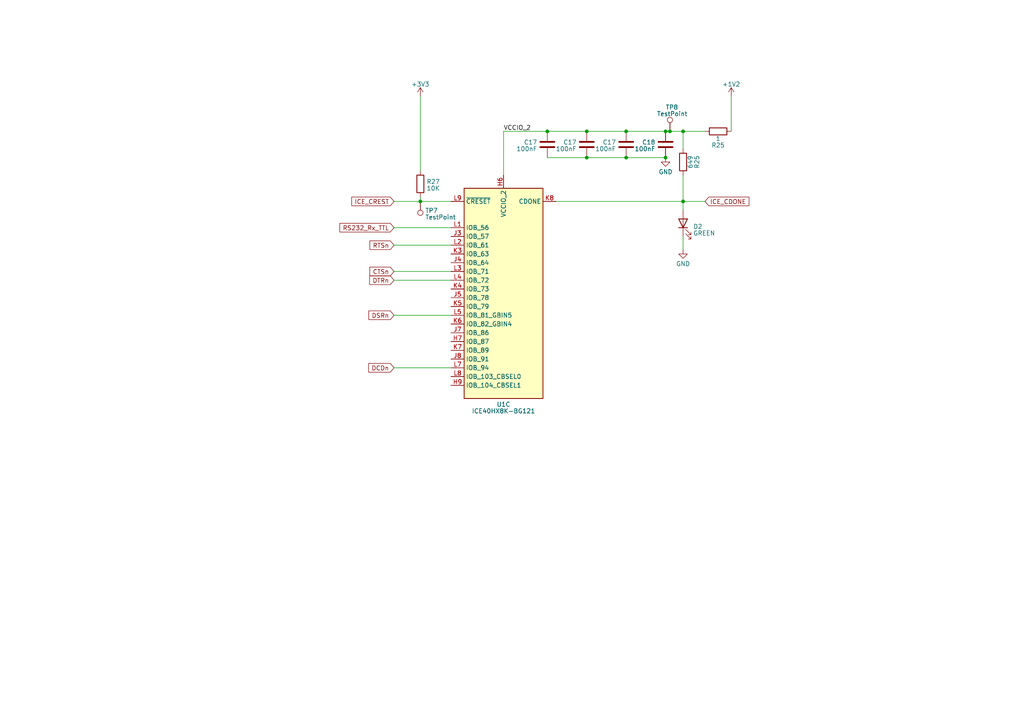
<source format=kicad_sch>
(kicad_sch (version 20230121) (generator eeschema)
  (paper "A4")
  (title_block (date "2023-04-22") (rev "V0.1"))
  (lib_symbols
    (symbol "Connector:TestPoint" (pin_numbers hide) (pin_names (offset 0.762) hide)
      (property "Reference" "TP" (at 0 6.858 0))
      (property "Value" "TestPoint" (at 0 5.08 0))
      (symbol "TestPoint_0_1"
        (circle (center 0 3.302) (radius 0.762))
      )
      (symbol "TestPoint_1_1"
        (pin passive line (at 0 0 90) (length 2.54) (name "1") (number "1"))
      )
    )
    (symbol "Device:C" (pin_numbers hide) (pin_names (offset 0.254))
      (property "Reference" "C" (at 0.635 2.54 0))
      (property "Value" "C" (at 0.635 -2.54 0))
      (symbol "C_0_1"
        (polyline (pts (xy -2.032 -0.762) (xy 2.032 -0.762)) (stroke (width 0.508)))
        (polyline (pts (xy -2.032 0.762) (xy 2.032 0.762)) (stroke (width 0.508)))
      )
      (symbol "C_1_1"
        (pin passive line (at 0 3.81 270) (length 2.794) (name "~") (number "1"))
        (pin passive line (at 0 -3.81 90) (length 2.794) (name "~") (number "2"))
      )
    )
    (symbol "Device:LED" (pin_numbers hide) (pin_names (offset 1.016) hide)
      (property "Reference" "D" (at 0 2.54 0))
      (property "Value" "LED" (at 0 -2.54 0))
      (symbol "LED_0_1"
        (polyline (pts (xy -1.27 -1.27) (xy -1.27 1.27)) (stroke (width 0.254)))
        (polyline (pts (xy -1.27 0) (xy 1.27 0)))
        (polyline (pts (xy 1.27 -1.27) (xy 1.27 1.27) (xy -1.27 0) (xy 1.27 -1.27)) (stroke (width 0.254)))
        (polyline (pts (xy -3.048 -0.762) (xy -4.572 -2.286) (xy -3.81 -2.286) (xy -4.572 -2.286) (xy -4.572 -1.524)))
        (polyline (pts (xy -1.778 -0.762) (xy -3.302 -2.286) (xy -2.54 -2.286) (xy -3.302 -2.286) (xy -3.302 -1.524)))
      )
      (symbol "LED_1_1"
        (pin passive line (at -3.81 0 0) (length 2.54) (name "K") (number "1"))
        (pin passive line (at 3.81 0 180) (length 2.54) (name "A") (number "2"))
      )
    )
    (symbol "Device:R" (pin_numbers hide) (pin_names (offset 0))
      (property "Reference" "R" (at 2.032 0 90))
      (property "Value" "R" (at 0 0 90))
      (symbol "R_0_1"
        (rectangle (start -1.016 -2.54) (end 1.016 2.54) (stroke (width 0.254)))
      )
      (symbol "R_1_1"
        (pin passive line (at 0 3.81 270) (length 1.27) (name "~") (number "1"))
        (pin passive line (at 0 -3.81 90) (length 1.27) (name "~") (number "2"))
      )
    )
    (symbol "FPGA_Lattice:ICE40HX8K-BG121"
      (property "Reference" "U" (at 2.54 44.45 0))
      (property "Value" "ICE40HX8K-BG121" (at 10.16 41.91 0))
      (symbol "ICE40HX8K-BG121_1_1"
        (rectangle (start -8.89 31.75) (end 8.89 -38.1) (stroke (width 0.254)) (fill (type background)))
        (pin bidirectional line (at -12.7 -35.56 0) (length 3.81) (name "IOT_225") (number "A1"))
        (pin bidirectional line (at -12.7 17.78 0) (length 3.81) (name "IOT_170") (number "A10"))
        (pin bidirectional line (at -12.7 20.32 0) (length 3.81) (name "IOT_168") (number "A11"))
        (pin bidirectional line (at -12.7 -30.48 0) (length 3.81) (name "IOT_222") (number "A2"))
        (pin bidirectional line (at -12.7 -33.02 0) (length 3.81) (name "IOT_223") (number "A3"))
        (pin bidirectional line (at -12.7 -20.32 0) (length 3.81) (name "IOT_211") (number "A4"))
        (pin bidirectional line (at -12.7 -15.24 0) (length 3.81) (name "IOT_207") (number "A5"))
        (pin bidirectional line (at -12.7 -12.7 0) (length 3.81) (name "IOT_206") (number "A6"))
        (pin bidirectional line (at -12.7 -5.08 0) (length 3.81) (name "IOT_192") (number "A7"))
        (pin bidirectional line (at -12.7 0 0) (length 3.81) (name "IOT_190") (number "A8"))
        (pin bidirectional line (at -12.7 7.62 0) (length 3.81) (name "IOT_178") (number "A9"))
        (pin bidirectional line (at -12.7 -27.94 0) (length 3.81) (name "IOT_221") (number "B3"))
        (pin bidirectional line (at -12.7 -25.4 0) (length 3.81) (name "IOT_219") (number "B4"))
        (pin bidirectional line (at -12.7 -17.78 0) (length 3.81) (name "IOT_208") (number "B5"))
        (pin bidirectional line (at -12.7 -10.16 0) (length 3.81) (name "IOT_198_GBIN0") (number "B6"))
        (pin bidirectional line (at -12.7 -7.62 0) (length 3.81) (name "IOT_197_GBIN1") (number "B7"))
        (pin bidirectional line (at -12.7 10.16 0) (length 3.81) (name "IOT_177") (number "B8"))
        (pin bidirectional line (at -12.7 12.7 0) (length 3.81) (name "IOT_174") (number "B9"))
        (pin bidirectional line (at -12.7 -2.54 0) (length 3.81) (name "IOT_191") (number "C7"))
        (pin bidirectional line (at -12.7 5.08 0) (length 3.81) (name "IOT_179") (number "C8"))
        (pin bidirectional line (at -12.7 15.24 0) (length 3.81) (name "IOT_172") (number "C9"))
        (pin bidirectional line (at -12.7 -22.86 0) (length 3.81) (name "IOT_212") (number "D5"))
        (pin power_in line (at 0 35.56 270) (length 3.81) (name "VCCIO_0") (number "D6"))
        (pin bidirectional line (at -12.7 2.54 0) (length 3.81) (name "IOT_181") (number "D7"))
      )
      (symbol "ICE40HX8K-BG121_2_1"
        (rectangle (start -8.89 31.75) (end 8.89 -33.02) (stroke (width 0.254)) (fill (type background)))
        (pin bidirectional line (at -12.7 -30.48 0) (length 3.81) (name "IOR_161") (number "B11"))
        (pin bidirectional line (at -12.7 -27.94 0) (length 3.81) (name "IOR_160") (number "C11"))
        (pin bidirectional line (at -12.7 -25.4 0) (length 3.81) (name "IOR_154") (number "D10"))
        (pin bidirectional line (at -12.7 -22.86 0) (length 3.81) (name "IOR_152") (number "D11"))
        (pin bidirectional line (at -12.7 -17.78 0) (length 3.81) (name "IOR_147") (number "D9"))
        (pin bidirectional line (at -12.7 -10.16 0) (length 3.81) (name "IOR_141_GBIN2") (number "E10"))
        (pin bidirectional line (at -12.7 -20.32 0) (length 3.81) (name "IOR_148") (number "E11"))
        (pin bidirectional line (at -12.7 -15.24 0) (length 3.81) (name "IOR_146") (number "E8"))
        (pin bidirectional line (at -12.7 -12.7 0) (length 3.81) (name "IOR_144") (number "E9"))
        (pin bidirectional line (at -12.7 -2.54 0) (length 3.81) (name "IOR_136") (number "F10"))
        (pin bidirectional line (at -12.7 -7.62 0) (length 3.81) (name "IOR_140_GBIN3") (number "F11"))
        (pin power_in line (at 0 35.56 270) (length 3.81) (name "VCCIO_1") (number "F8"))
        (pin bidirectional line (at -12.7 -5.08 0) (length 3.81) (name "IOR_137") (number "F9"))
        (pin bidirectional line (at -12.7 5.08 0) (length 3.81) (name "IOR_120") (number "G10"))
        (pin bidirectional line (at -12.7 0 0) (length 3.81) (name "IOR_129") (number "G11"))
        (pin bidirectional line (at -12.7 10.16 0) (length 3.81) (name "IOR_118") (number "G8"))
        (pin bidirectional line (at -12.7 2.54 0) (length 3.81) (name "IOR_128") (number "G9"))
        (pin bidirectional line (at -12.7 15.24 0) (length 3.81) (name "IOR_116") (number "H10"))
        (pin bidirectional line (at -12.7 7.62 0) (length 3.81) (name "IOR_119") (number "H11"))
        (pin bidirectional line (at -12.7 12.7 0) (length 3.81) (name "IOR_117") (number "J10"))
        (pin bidirectional line (at -12.7 20.32 0) (length 3.81) (name "IOR_114") (number "J11"))
        (pin bidirectional line (at -12.7 17.78 0) (length 3.81) (name "IOR_115") (number "K11"))
      )
      (symbol "ICE40HX8K-BG121_3_1"
        (rectangle (start -11.43 29.21) (end 11.43 -31.75) (stroke (width 0.254)) (fill (type background)))
        (pin power_in line (at 0 33.02 270) (length 3.81) (name "VCCIO_2") (number "H6"))
        (pin bidirectional line (at -15.24 -15.24 0) (length 3.81) (name "IOB_87") (number "H7"))
        (pin bidirectional line (at -15.24 -27.94 0) (length 3.81) (name "IOB_104_CBSEL1") (number "H9"))
        (pin bidirectional line (at -15.24 15.24 0) (length 3.81) (name "IOB_57") (number "J3"))
        (pin bidirectional line (at -15.24 7.62 0) (length 3.81) (name "IOB_64") (number "J4"))
        (pin bidirectional line (at -15.24 -2.54 0) (length 3.81) (name "IOB_78") (number "J5"))
        (pin bidirectional line (at -15.24 -12.7 0) (length 3.81) (name "IOB_86") (number "J7"))
        (pin bidirectional line (at -15.24 -20.32 0) (length 3.81) (name "IOB_91") (number "J8"))
        (pin bidirectional line (at -15.24 10.16 0) (length 3.81) (name "IOB_63") (number "K3"))
        (pin bidirectional line (at -15.24 0 0) (length 3.81) (name "IOB_73") (number "K4"))
        (pin bidirectional line (at -15.24 -5.08 0) (length 3.81) (name "IOB_79") (number "K5"))
        (pin bidirectional line (at -15.24 -10.16 0) (length 3.81) (name "IOB_82_GBIN4") (number "K6"))
        (pin bidirectional line (at -15.24 -17.78 0) (length 3.81) (name "IOB_89") (number "K7"))
        (pin open_collector line (at 15.24 25.4 180) (length 3.81) (name "CDONE") (number "K8"))
        (pin bidirectional line (at -15.24 17.78 0) (length 3.81) (name "IOB_56") (number "L1"))
        (pin bidirectional line (at -15.24 12.7 0) (length 3.81) (name "IOB_61") (number "L2"))
        (pin bidirectional line (at -15.24 5.08 0) (length 3.81) (name "IOB_71") (number "L3"))
        (pin bidirectional line (at -15.24 2.54 0) (length 3.81) (name "IOB_72") (number "L4"))
        (pin bidirectional line (at -15.24 -7.62 0) (length 3.81) (name "IOB_81_GBIN5") (number "L5"))
        (pin bidirectional line (at -15.24 -22.86 0) (length 3.81) (name "IOB_94") (number "L7"))
        (pin bidirectional line (at -15.24 -25.4 0) (length 3.81) (name "IOB_103_CBSEL0") (number "L8"))
        (pin input line (at -15.24 25.4 0) (length 3.81) (name "~{CRESET}") (number "L9"))
      )
      (symbol "ICE40HX8K-BG121_4_1"
        (rectangle (start -8.89 39.37) (end 8.89 -39.37) (stroke (width 0.254)) (fill (type background)))
        (pin bidirectional line (at -12.7 27.94 0) (length 3.81) (name "IOL_2A") (number "B1"))
        (pin bidirectional line (at -12.7 25.4 0) (length 3.81) (name "IOL_2B") (number "B2"))
        (pin bidirectional line (at -12.7 15.24 0) (length 3.81) (name "IOL_5B") (number "C1"))
        (pin bidirectional line (at -12.7 17.78 0) (length 3.81) (name "IOL_5A") (number "C2"))
        (pin bidirectional line (at -12.7 20.32 0) (length 3.81) (name "IOL_4B") (number "C3"))
        (pin bidirectional line (at -12.7 22.86 0) (length 3.81) (name "IOL_4A") (number "C4"))
        (pin bidirectional line (at -12.7 10.16 0) (length 3.81) (name "IOL_8B") (number "D1"))
        (pin bidirectional line (at -12.7 7.62 0) (length 3.81) (name "IOL_9A") (number "D2"))
        (pin bidirectional line (at -12.7 5.08 0) (length 3.81) (name "IOL_9B") (number "D3"))
        (pin bidirectional line (at -12.7 12.7 0) (length 3.81) (name "IOL_8A") (number "E1"))
        (pin bidirectional line (at -12.7 2.54 0) (length 3.81) (name "IOL_10A") (number "E2"))
        (pin bidirectional line (at -12.7 0 0) (length 3.81) (name "IOL_10B") (number "E3"))
        (pin power_in line (at 0 43.18 270) (length 3.81) (name "VCCIO_3") (number "E4"))
        (pin bidirectional line (at -12.7 -2.54 0) (length 3.81) (name "IOL_12A") (number "F1"))
        (pin bidirectional line (at -12.7 -5.08 0) (length 3.81) (name "IOL_12B") (number "F2"))
        (pin bidirectional line (at -12.7 -10.16 0) (length 3.81) (name "IOL_13B_GBIN7") (number "F3"))
        (pin bidirectional line (at -12.7 -7.62 0) (length 3.81) (name "IOL_13A") (number "F4"))
        (pin bidirectional line (at -12.7 -12.7 0) (length 3.81) (name "IOL_14A_GBIN6") (number "G1"))
        (pin bidirectional line (at -12.7 -15.24 0) (length 3.81) (name "IOL_14B") (number "G2"))
        (pin bidirectional line (at -12.7 -17.78 0) (length 3.81) (name "IOL_17A") (number "G3"))
        (pin passive line (at 0 43.18 270) (length 3.81) hide (name "VCCIO_3") (number "G4"))
        (pin bidirectional line (at -12.7 -22.86 0) (length 3.81) (name "IOL_18A") (number "H1"))
        (pin bidirectional line (at -12.7 -25.4 0) (length 3.81) (name "IOL_18B") (number "H2"))
        (pin bidirectional line (at -12.7 -20.32 0) (length 3.81) (name "IOL_17B") (number "H3"))
        (pin bidirectional line (at -12.7 -27.94 0) (length 3.81) (name "IOL_23A") (number "J1"))
        (pin bidirectional line (at -12.7 -35.56 0) (length 3.81) (name "IOL_25B") (number "J2"))
        (pin bidirectional line (at -12.7 -30.48 0) (length 3.81) (name "IOL_23B") (number "K1"))
        (pin bidirectional line (at -12.7 -33.02 0) (length 3.81) (name "IOL_25A") (number "K2"))
      )
      (symbol "ICE40HX8K-BG121_5_1"
        (rectangle (start -11.43 13.97) (end 11.43 -13.97) (stroke (width 0.254)) (fill (type background)))
        (pin power_in line (at -2.54 17.78 270) (length 3.81) (name "VPP_FAST") (number "B10"))
        (pin power_in line (at 0 17.78 270) (length 3.81) (name "VPP_2V5") (number "C10"))
        (pin power_in line (at 15.24 -10.16 180) (length 3.81) (name "GNDPLL1") (number "C5"))
        (pin power_in line (at 15.24 -2.54 180) (length 3.81) (name "VCCPLL1") (number "C6"))
        (pin passive line (at 2.54 17.78 270) (length 3.81) hide (name "VCC") (number "D4"))
        (pin power_in line (at 2.54 17.78 270) (length 3.81) (name "VCC") (number "D8"))
        (pin power_in line (at -7.62 -17.78 90) (length 3.81) (name "GND") (number "E5"))
        (pin passive line (at -7.62 -17.78 90) (length 3.81) hide (name "GND") (number "E6"))
        (pin passive line (at -7.62 -17.78 90) (length 3.81) hide (name "GND") (number "E7"))
        (pin passive line (at -7.62 -17.78 90) (length 3.81) hide (name "GND") (number "F5"))
        (pin passive line (at -7.62 -17.78 90) (length 3.81) hide (name "GND") (number "F6"))
        (pin passive line (at -7.62 -17.78 90) (length 3.81) hide (name "GND") (number "F7"))
        (pin passive line (at -7.62 -17.78 90) (length 3.81) hide (name "GND") (number "G5"))
        (pin passive line (at -7.62 -17.78 90) (length 3.81) hide (name "GND") (number "G6"))
        (pin passive line (at -7.62 -17.78 90) (length 3.81) hide (name "GND") (number "G7"))
        (pin passive line (at 2.54 17.78 270) (length 3.81) hide (name "VCC") (number "H4"))
        (pin passive line (at -7.62 -17.78 90) (length 3.81) hide (name "GND") (number "H5"))
        (pin passive line (at 2.54 17.78 270) (length 3.81) hide (name "VCC") (number "H8"))
        (pin power_in line (at 15.24 7.62 180) (length 3.81) (name "VCCPLL0") (number "J6"))
        (pin bidirectional line (at -15.24 0 0) (length 3.81) (name "IOB_106_SDI") (number "J9"))
        (pin bidirectional line (at -15.24 -5.08 0) (length 3.81) (name "IOB_108_SS") (number "K10"))
        (pin bidirectional line (at -15.24 2.54 0) (length 3.81) (name "IOB_105_SDO") (number "K9"))
        (pin bidirectional line (at -15.24 -2.54 0) (length 3.81) (name "IOB_107_SCK") (number "L10"))
        (pin power_in line (at -7.62 17.78 270) (length 3.81) (name "VCC_SPI") (number "L11"))
        (pin power_in line (at 15.24 0 180) (length 3.81) (name "GNDPLL0") (number "L6"))
      )
    )
    (symbol "power:+1V2" (power) (pin_names (offset 0))
      (property "Value" "+1V2" (at 0 3.556 0))
      (symbol "+1V2_0_1"
        (polyline (pts (xy -0.762 1.27) (xy 0 2.54)))
        (polyline (pts (xy 0 0) (xy 0 2.54)))
        (polyline (pts (xy 0 2.54) (xy 0.762 1.27)))
      )
      (symbol "+1V2_1_1"
        (pin power_in line (at 0 0 90) (length 0) hide (name "+1V2") (number "1"))
      )
    )
    (symbol "power:+3V3" (power) (pin_names (offset 0))
      (property "Value" "+3V3" (at 0 3.556 0))
      (symbol "+3V3_0_1"
        (polyline (pts (xy -0.762 1.27) (xy 0 2.54)))
        (polyline (pts (xy 0 0) (xy 0 2.54)))
        (polyline (pts (xy 0 2.54) (xy 0.762 1.27)))
      )
      (symbol "+3V3_1_1"
        (pin power_in line (at 0 0 90) (length 0) hide (name "+3V3") (number "1"))
      )
    )
    (symbol "power:GND" (power) (pin_names (offset 0))
      (property "Value" "GND" (at 0 -3.81 0))
      (symbol "GND_0_1"
        (polyline (pts (xy 0 0) (xy 0 -1.27) (xy 1.27 -1.27) (xy 0 -2.54) (xy -1.27 -1.27) (xy 0 -1.27)))
      )
      (symbol "GND_1_1"
        (pin power_in line (at 0 0 270) (length 0) hide (name "GND") (number "1"))
      )
    )
  )
  (junction (at 198.12 58.42))
  (junction (at 193.04 38.1))
  (junction (at 194.31 38.1))
  (junction (at 121.92 58.42))
  (junction (at 170.18 45.72))
  (junction (at 158.75 38.1))
  (junction (at 181.61 45.72))
  (junction (at 181.61 38.1))
  (junction (at 170.18 38.1))
  (junction (at 193.04 45.72))
  (junction (at 198.12 38.1))
  (wire (pts (xy 161.29 58.42) (xy 198.12 58.42)))
  (wire (pts (xy 158.75 38.1) (xy 146.05 38.1)))
  (wire (pts (xy 212.09 27.94) (xy 212.09 38.1)))
  (wire (pts (xy 121.92 57.15) (xy 121.92 58.42)))
  (wire (pts (xy 181.61 45.72) (xy 193.04 45.72)))
  (wire (pts (xy 121.92 58.42) (xy 130.81 58.42)))
  (wire (pts (xy 198.12 50.8) (xy 198.12 58.42)))
  (wire (pts (xy 198.12 58.42) (xy 198.12 60.96)))
  (wire (pts (xy 198.12 38.1) (xy 198.12 43.18)))
  (wire (pts (xy 181.61 38.1) (xy 170.18 38.1)))
  (wire (pts (xy 114.3 58.42) (xy 121.92 58.42)))
  (wire (pts (xy 181.61 38.1) (xy 193.04 38.1)))
  (wire (pts (xy 114.3 71.12) (xy 130.81 71.12)))
  (wire (pts (xy 194.31 38.1) (xy 193.04 38.1)))
  (wire (pts (xy 114.3 66.04) (xy 130.81 66.04)))
  (wire (pts (xy 114.3 106.68) (xy 130.81 106.68)))
  (wire (pts (xy 114.3 78.74) (xy 130.81 78.74)))
  (wire (pts (xy 198.12 58.42) (xy 204.47 58.42)))
  (wire (pts (xy 114.3 91.44) (xy 130.81 91.44)))
  (wire (pts (xy 194.31 38.1) (xy 198.12 38.1)))
  (wire (pts (xy 170.18 45.72) (xy 158.75 45.72)))
  (wire (pts (xy 146.05 38.1) (xy 146.05 50.8)))
  (wire (pts (xy 114.3 81.28) (xy 130.81 81.28)))
  (wire (pts (xy 170.18 38.1) (xy 158.75 38.1)))
  (wire (pts (xy 198.12 68.58) (xy 198.12 72.39)))
  (wire (pts (xy 121.92 27.94) (xy 121.92 49.53)))
  (wire (pts (xy 198.12 38.1) (xy 204.47 38.1)))
  (wire (pts (xy 181.61 45.72) (xy 170.18 45.72)))
  (label "VCCIO_2" (at 146.05 38.1 0))
  (global_label "RS232_Rx_TTL" (shape input) (at 114.3 66.04 180) (property "Intersheetrefs" "${INTERSHEET_REFS}" (effects hide)))
  (global_label "DTRn" (shape input) (at 114.3 81.28 180) (property "Intersheetrefs" "${INTERSHEET_REFS}" (effects hide)))
  (global_label "ICE_CREST" (shape input) (at 114.3 58.42 180) (property "Intersheetrefs" "${INTERSHEET_REFS}" (effects hide)))
  (global_label "RTSn" (shape input) (at 114.3 71.12 180) (property "Intersheetrefs" "${INTERSHEET_REFS}" (effects hide)))
  (global_label "DSRn" (shape input) (at 114.3 91.44 180) (property "Intersheetrefs" "${INTERSHEET_REFS}" (effects hide)))
  (global_label "CTSn" (shape input) (at 114.3 78.74 180) (property "Intersheetrefs" "${INTERSHEET_REFS}" (effects hide)))
  (global_label "DCDn" (shape input) (at 114.3 106.68 180) (property "Intersheetrefs" "${INTERSHEET_REFS}" (effects hide)))
  (global_label "ICE_CDONE" (shape input) (at 204.47 58.42 0) (property "Intersheetrefs" "${INTERSHEET_REFS}" (effects hide)))
  (symbol (lib_id "power:GND") (at 198.12 72.39 0) (unit 1)
    (property "Reference" "#PWR035" (effects hide))
    (property "Value" "GND" (at 198.12 76.5255 0))
  )
  (symbol (lib_id "Device:R") (at 198.12 46.99 0) (unit 1)
    (property "Reference" "R25" (at 202.1459 46.99 90))
    (property "Value" "649" (at 200.2249 46.99 90))
    (instances (project "UFO-FPGA" (path "" (reference "R25") (unit 1)) (path "" (reference "R29") (unit 1))))
  )
  (symbol (lib_id "Device:C") (at 170.18 41.91 0) (mirror y) (unit 1)
    (property "Reference" "C17" (at 167.259 41.2663 0) (effects (justify left)))
    (property "Value" "100nF" (at 167.259 43.1873 0) (effects (justify left)))
    (instances (project "UFO-FPGA" (path "" (reference "C17") (unit 1)) (path "" (reference "C23") (unit 1))))
  )
  (symbol (lib_id "power:+3V3") (at 121.92 27.94 0) (unit 1)
    (property "Reference" "#PWR031" (effects hide))
    (property "Value" "+3V3" (at 121.92 24.4381 0))
  )
  (symbol (lib_id "power:GND") (at 193.04 45.72 0) (unit 1)
    (property "Reference" "#PWR0103" (effects hide))
    (property "Value" "GND" (at 193.04 49.8555 0))
  )
  (symbol (lib_id "Connector:TestPoint") (at 121.92 58.42 180) (unit 1)
    (property "Reference" "TP7" (at 123.317 61.0783 0) (effects (justify right)))
    (property "Value" "TestPoint" (at 123.317 62.9993 0) (effects (justify right)))
  )
  (symbol (lib_id "Device:C") (at 158.75 41.91 0) (mirror y) (unit 1)
    (property "Reference" "C17" (at 155.829 41.2663 0) (effects (justify left)))
    (property "Value" "100nF" (at 155.829 43.1873 0) (effects (justify left)))
    (instances (project "UFO-FPGA" (path "" (reference "C17") (unit 1)) (path "" (reference "C24") (unit 1))))
  )
  (symbol (lib_id "Device:C") (at 193.04 41.91 0) (mirror y) (unit 1)
    (property "Reference" "C18" (at 190.119 41.2663 0) (effects (justify left)))
    (property "Value" "100nF" (at 190.119 43.1873 0) (effects (justify left)))
    (instances (project "UFO-FPGA" (path "" (reference "C18") (unit 1)) (path "" (reference "C21") (unit 1))))
  )
  (symbol (lib_id "FPGA_Lattice:ICE40HX8K-BG121") (at 146.05 83.82 0) (unit 3)
    (property "Reference" "U1" (at 146.05 117.2925 0))
    (property "Value" "ICE40HX8K-BG121" (at 146.05 119.2135 0))
    (property "Footprint" "Package_BGA:BGA-121_9.0x9.0mm_Layout11x11_P0.8mm_Ball0.4mm_Pad0.35mm_NSMD" (effects hide))
    (property "Datasheet" "http://www.latticesemi.com/Products/FPGAandCPLD/iCE40" (effects hide))
  )
  (symbol (lib_id "Device:R") (at 121.92 53.34 0) (unit 1)
    (property "Reference" "R27" (at 123.698 52.6963 0) (effects (justify left)))
    (property "Value" "10K" (at 123.698 54.6173 0) (effects (justify left)))
  )
  (symbol (lib_id "Connector:TestPoint") (at 194.31 38.1 0) (unit 1)
    (property "Reference" "TP8" (at 193.04 31.115 0) (effects (justify left)))
    (property "Value" "TestPoint" (at 190.5 33.02 0) (effects (justify left)))
    (instances (project "UFO-FPGA" (path "" (reference "TP8") (unit 1)) (path "" (reference "TP5") (unit 1))))
  )
  (symbol (lib_id "power:+1V2") (at 212.09 27.94 0) (unit 1)
    (property "Reference" "#PWR024" (effects hide))
    (property "Value" "+1V2" (at 212.09 24.4381 0))
    (instances (project "UFO-FPGA" (path "" (reference "#PWR024") (unit 1)) (path "" (reference "#PWR027") (unit 1)) (path "" (reference "#PWR029") (unit 1))))
  )
  (symbol (lib_id "Device:C") (at 181.61 41.91 0) (mirror y) (unit 1)
    (property "Reference" "C17" (at 178.689 41.2663 0) (effects (justify left)))
    (property "Value" "100nF" (at 178.689 43.1873 0) (effects (justify left)))
    (instances (project "UFO-FPGA" (path "" (reference "C17") (unit 1)) (path "" (reference "C22") (unit 1))))
  )
  (symbol (lib_id "Device:R") (at 208.28 38.1 270) (unit 1)
    (property "Reference" "R25" (at 208.28 42.1259 90))
    (property "Value" "1" (at 208.28 40.2049 90))
    (instances (project "UFO-FPGA" (path "" (reference "R25") (unit 1)) (path "" (reference "R28") (unit 1))))
  )
  (symbol (lib_id "Device:LED") (at 198.12 64.77 90) (unit 1)
    (property "Reference" "D2" (at 201.041 65.7138 90) (effects (justify right)))
    (property "Value" "GREEN" (at 201.041 67.6348 90) (effects (justify right)))
  )
)
</source>
